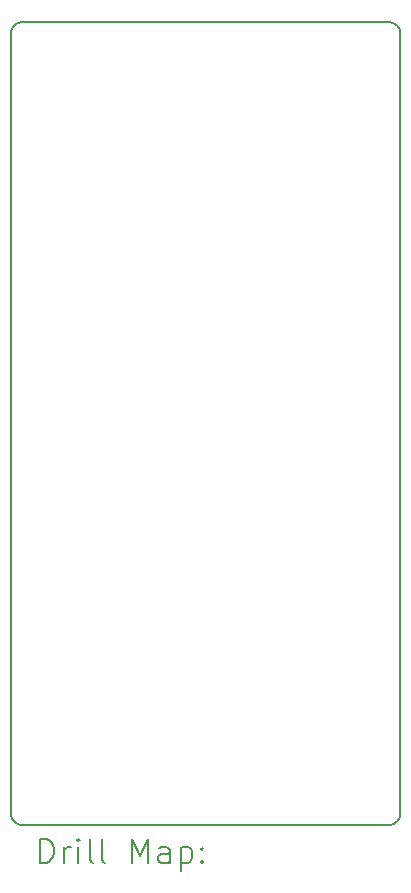
<source format=gbr>
%TF.GenerationSoftware,KiCad,Pcbnew,6.0.9*%
%TF.CreationDate,2022-11-23T21:17:41-08:00*%
%TF.ProjectId,shitpad,73686974-7061-4642-9e6b-696361645f70,rev?*%
%TF.SameCoordinates,Original*%
%TF.FileFunction,Drillmap*%
%TF.FilePolarity,Positive*%
%FSLAX45Y45*%
G04 Gerber Fmt 4.5, Leading zero omitted, Abs format (unit mm)*
G04 Created by KiCad (PCBNEW 6.0.9) date 2022-11-23 21:17:41*
%MOMM*%
%LPD*%
G01*
G04 APERTURE LIST*
%ADD10C,0.150000*%
%ADD11C,0.200000*%
G04 APERTURE END LIST*
D10*
X7500000Y-3000000D02*
X10600000Y-3000000D01*
X10700000Y-3100000D02*
X10700000Y-9700000D01*
X10600000Y-9800000D02*
X7500000Y-9800000D01*
X7400000Y-9700000D02*
X7400000Y-3100000D01*
X7400000Y-9700000D02*
G75*
G03*
X7500000Y-9800000I100000J0D01*
G01*
X10600000Y-9800000D02*
G75*
G03*
X10700000Y-9700000I0J100000D01*
G01*
X7500000Y-3000000D02*
G75*
G03*
X7400000Y-3100000I0J-100000D01*
G01*
X10700000Y-3100000D02*
G75*
G03*
X10600000Y-3000000I-100000J0D01*
G01*
D11*
X7650119Y-10117976D02*
X7650119Y-9917976D01*
X7697738Y-9917976D01*
X7726309Y-9927500D01*
X7745357Y-9946548D01*
X7754881Y-9965595D01*
X7764405Y-10003690D01*
X7764405Y-10032262D01*
X7754881Y-10070357D01*
X7745357Y-10089405D01*
X7726309Y-10108452D01*
X7697738Y-10117976D01*
X7650119Y-10117976D01*
X7850119Y-10117976D02*
X7850119Y-9984643D01*
X7850119Y-10022738D02*
X7859643Y-10003690D01*
X7869167Y-9994167D01*
X7888214Y-9984643D01*
X7907262Y-9984643D01*
X7973928Y-10117976D02*
X7973928Y-9984643D01*
X7973928Y-9917976D02*
X7964405Y-9927500D01*
X7973928Y-9937024D01*
X7983452Y-9927500D01*
X7973928Y-9917976D01*
X7973928Y-9937024D01*
X8097738Y-10117976D02*
X8078690Y-10108452D01*
X8069167Y-10089405D01*
X8069167Y-9917976D01*
X8202500Y-10117976D02*
X8183452Y-10108452D01*
X8173928Y-10089405D01*
X8173928Y-9917976D01*
X8431071Y-10117976D02*
X8431071Y-9917976D01*
X8497738Y-10060833D01*
X8564405Y-9917976D01*
X8564405Y-10117976D01*
X8745357Y-10117976D02*
X8745357Y-10013214D01*
X8735833Y-9994167D01*
X8716786Y-9984643D01*
X8678690Y-9984643D01*
X8659643Y-9994167D01*
X8745357Y-10108452D02*
X8726310Y-10117976D01*
X8678690Y-10117976D01*
X8659643Y-10108452D01*
X8650119Y-10089405D01*
X8650119Y-10070357D01*
X8659643Y-10051310D01*
X8678690Y-10041786D01*
X8726310Y-10041786D01*
X8745357Y-10032262D01*
X8840595Y-9984643D02*
X8840595Y-10184643D01*
X8840595Y-9994167D02*
X8859643Y-9984643D01*
X8897738Y-9984643D01*
X8916786Y-9994167D01*
X8926310Y-10003690D01*
X8935833Y-10022738D01*
X8935833Y-10079881D01*
X8926310Y-10098929D01*
X8916786Y-10108452D01*
X8897738Y-10117976D01*
X8859643Y-10117976D01*
X8840595Y-10108452D01*
X9021548Y-10098929D02*
X9031071Y-10108452D01*
X9021548Y-10117976D01*
X9012024Y-10108452D01*
X9021548Y-10098929D01*
X9021548Y-10117976D01*
X9021548Y-9994167D02*
X9031071Y-10003690D01*
X9021548Y-10013214D01*
X9012024Y-10003690D01*
X9021548Y-9994167D01*
X9021548Y-10013214D01*
M02*

</source>
